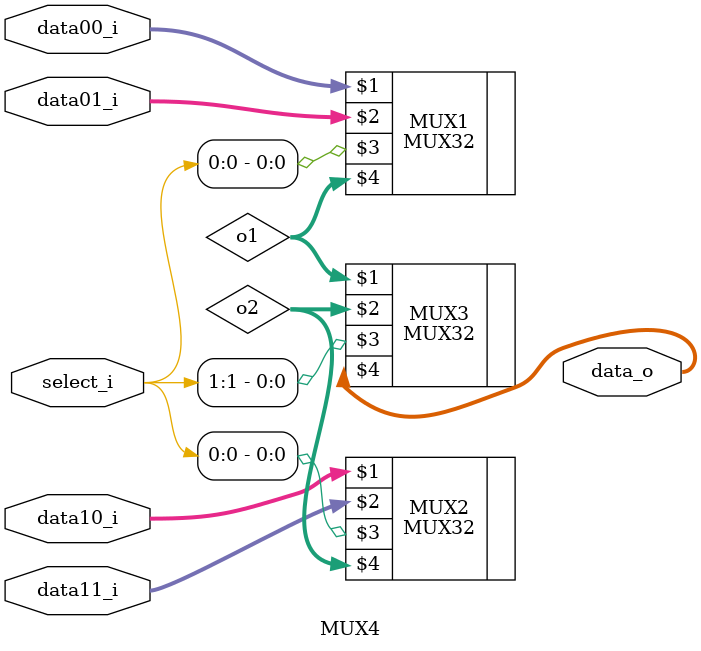
<source format=v>

module MUX4 (
        data00_i,
        data01_i,
        data10_i,
        data11_i,
        select_i,
        data_o
    );

    input [31: 0] data00_i, data01_i, data10_i, data11_i;
    input [1: 0] select_i;
    output [31: 0] data_o;

    wire [31: 0] o1, o2;

    MUX32 MUX1(data00_i, data01_i, select_i[0], o1);
    MUX32 MUX2(data10_i, data11_i, select_i[0], o2);
    MUX32 MUX3(o1, o2, select_i[1], data_o);

endmodule

</source>
